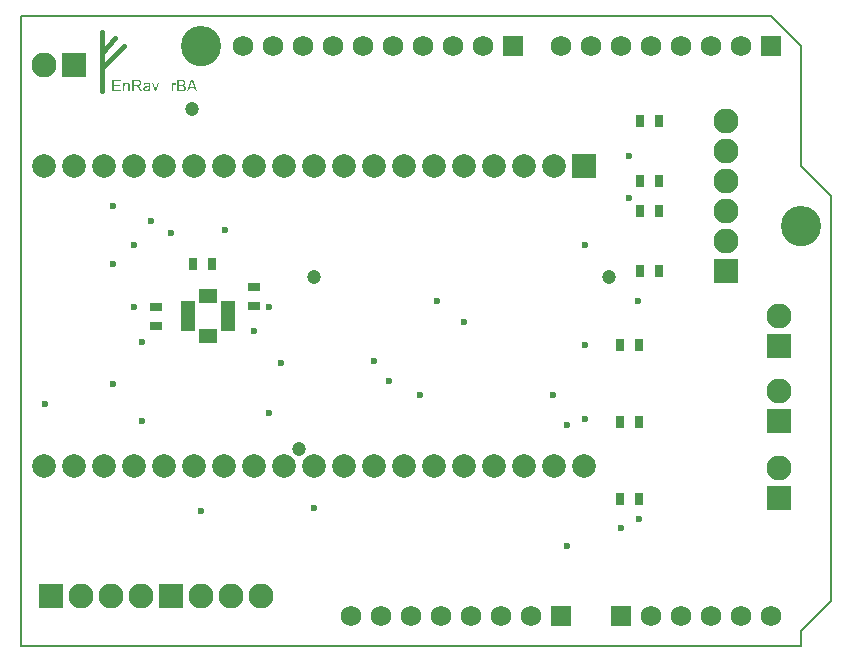
<source format=gts>
G04*
G04 #@! TF.GenerationSoftware,Altium Limited,Altium Designer,19.0.15 (446)*
G04*
G04 Layer_Color=8388736*
%FSLAX44Y44*%
%MOMM*%
G71*
G01*
G75*
%ADD10C,0.1270*%
%ADD15C,0.4000*%
%ADD16R,0.8032X1.1032*%
%ADD17R,1.1032X0.8032*%
%ADD18R,0.5032X1.1532*%
%ADD19R,1.1532X0.5032*%
%ADD20C,2.1082*%
%ADD21R,2.1082X2.1082*%
%ADD22R,2.1082X2.1082*%
%ADD23C,2.0032*%
%ADD24R,2.0032X2.0032*%
%ADD25C,3.4032*%
%ADD26C,1.7272*%
%ADD27R,1.7272X1.7272*%
%ADD28C,1.2032*%
%ADD29C,0.6000*%
G36*
X130205Y477217D02*
X130258D01*
X130321Y477206D01*
X130480Y477175D01*
X130670Y477132D01*
X130871Y477058D01*
X131103Y476963D01*
X131336Y476837D01*
X130913Y475727D01*
X130892Y475738D01*
X130839Y475769D01*
X130754Y475812D01*
X130638Y475864D01*
X130511Y475907D01*
X130364Y475949D01*
X130205Y475981D01*
X130036Y475991D01*
X129972D01*
X129899Y475981D01*
X129803Y475959D01*
X129687Y475928D01*
X129571Y475886D01*
X129455Y475833D01*
X129328Y475748D01*
X129317Y475738D01*
X129275Y475706D01*
X129222Y475653D01*
X129159Y475579D01*
X129085Y475484D01*
X129011Y475378D01*
X128948Y475241D01*
X128884Y475093D01*
Y475082D01*
X128874Y475061D01*
X128863Y475030D01*
X128853Y474987D01*
X128842Y474924D01*
X128821Y474850D01*
X128789Y474681D01*
X128757Y474470D01*
X128726Y474237D01*
X128705Y473973D01*
X128694Y473698D01*
Y470000D01*
X127500D01*
Y477069D01*
X128578D01*
Y476002D01*
X128599Y476023D01*
X128620Y476065D01*
X128652Y476107D01*
X128726Y476245D01*
X128831Y476393D01*
X128948Y476562D01*
X129074Y476731D01*
X129201Y476868D01*
X129275Y476932D01*
X129339Y476984D01*
X129360Y476995D01*
X129402Y477027D01*
X129476Y477058D01*
X129560Y477111D01*
X129677Y477154D01*
X129803Y477185D01*
X129951Y477217D01*
X130099Y477227D01*
X130163D01*
X130205Y477217D01*
D02*
G37*
G36*
X149341Y470000D02*
X147872D01*
X146741Y472948D01*
X142642D01*
X141585Y470000D01*
X140222D01*
X143952Y479753D01*
X145347D01*
X149341Y470000D01*
D02*
G37*
G36*
X136069Y479742D02*
X136186D01*
X136302Y479732D01*
X136439Y479711D01*
X136714Y479679D01*
X137020Y479626D01*
X137306Y479552D01*
X137580Y479446D01*
X137591D01*
X137612Y479436D01*
X137644Y479415D01*
X137697Y479394D01*
X137813Y479320D01*
X137971Y479225D01*
X138140Y479098D01*
X138309Y478939D01*
X138478Y478749D01*
X138637Y478538D01*
Y478527D01*
X138658Y478506D01*
X138669Y478474D01*
X138700Y478432D01*
X138732Y478379D01*
X138764Y478305D01*
X138838Y478147D01*
X138901Y477957D01*
X138965Y477735D01*
X139007Y477502D01*
X139028Y477249D01*
Y477238D01*
Y477217D01*
Y477185D01*
Y477143D01*
X139007Y477027D01*
X138986Y476868D01*
X138943Y476688D01*
X138880Y476488D01*
X138795Y476287D01*
X138679Y476076D01*
Y476065D01*
X138669Y476054D01*
X138648Y476023D01*
X138616Y475981D01*
X138542Y475886D01*
X138426Y475759D01*
X138288Y475621D01*
X138109Y475473D01*
X137908Y475326D01*
X137665Y475188D01*
X137675D01*
X137707Y475177D01*
X137749Y475156D01*
X137813Y475135D01*
X137887Y475104D01*
X137971Y475072D01*
X138161Y474977D01*
X138383Y474860D01*
X138605Y474702D01*
X138827Y474522D01*
X139017Y474300D01*
X139028Y474290D01*
X139038Y474269D01*
X139060Y474237D01*
X139091Y474195D01*
X139134Y474132D01*
X139176Y474058D01*
X139218Y473973D01*
X139260Y473878D01*
X139345Y473666D01*
X139430Y473413D01*
X139482Y473128D01*
X139503Y472980D01*
Y472821D01*
Y472811D01*
Y472789D01*
Y472758D01*
Y472705D01*
X139493Y472642D01*
Y472578D01*
X139472Y472409D01*
X139430Y472208D01*
X139377Y471997D01*
X139303Y471765D01*
X139208Y471543D01*
Y471532D01*
X139197Y471522D01*
X139176Y471490D01*
X139155Y471448D01*
X139091Y471342D01*
X139007Y471215D01*
X138912Y471067D01*
X138785Y470919D01*
X138648Y470771D01*
X138489Y470634D01*
X138468Y470623D01*
X138415Y470581D01*
X138320Y470528D01*
X138193Y470454D01*
X138045Y470380D01*
X137866Y470296D01*
X137654Y470222D01*
X137422Y470159D01*
X137411D01*
X137390Y470148D01*
X137359D01*
X137306Y470137D01*
X137242Y470127D01*
X137168Y470106D01*
X137084Y470095D01*
X136989Y470084D01*
X136883Y470063D01*
X136756Y470053D01*
X136492Y470021D01*
X136186Y470011D01*
X135848Y470000D01*
X132139D01*
Y479753D01*
X135974D01*
X136069Y479742D01*
D02*
G37*
G36*
X89794Y477375D02*
X89858D01*
X90016Y477354D01*
X90196Y477333D01*
X90397Y477291D01*
X90597Y477227D01*
X90798Y477154D01*
X90809D01*
X90819Y477143D01*
X90883Y477111D01*
X90978Y477058D01*
X91105Y476995D01*
X91231Y476900D01*
X91369Y476805D01*
X91496Y476688D01*
X91601Y476551D01*
X91612Y476530D01*
X91643Y476488D01*
X91686Y476403D01*
X91749Y476298D01*
X91813Y476171D01*
X91865Y476023D01*
X91929Y475854D01*
X91971Y475664D01*
Y475653D01*
X91982Y475600D01*
X91992Y475516D01*
X92013Y475399D01*
X92024Y475241D01*
Y475146D01*
X92035Y475040D01*
Y474924D01*
X92045Y474787D01*
Y474649D01*
Y474501D01*
Y470159D01*
X90851D01*
Y474459D01*
Y474470D01*
Y474491D01*
Y474533D01*
Y474575D01*
Y474639D01*
X90841Y474713D01*
X90830Y474871D01*
X90819Y475051D01*
X90788Y475230D01*
X90756Y475399D01*
X90703Y475547D01*
X90693Y475569D01*
X90671Y475611D01*
X90640Y475674D01*
X90587Y475759D01*
X90524Y475854D01*
X90439Y475949D01*
X90333Y476044D01*
X90206Y476129D01*
X90196Y476139D01*
X90143Y476160D01*
X90069Y476203D01*
X89974Y476245D01*
X89847Y476276D01*
X89710Y476319D01*
X89551Y476340D01*
X89372Y476350D01*
X89298D01*
X89245Y476340D01*
X89182D01*
X89097Y476329D01*
X88917Y476287D01*
X88717Y476234D01*
X88495Y476150D01*
X88273Y476023D01*
X88157Y475949D01*
X88051Y475864D01*
X88040Y475854D01*
X88030Y475843D01*
X87998Y475812D01*
X87966Y475769D01*
X87924Y475706D01*
X87882Y475643D01*
X87829Y475558D01*
X87776Y475452D01*
X87723Y475336D01*
X87671Y475199D01*
X87628Y475051D01*
X87586Y474882D01*
X87554Y474692D01*
X87523Y474491D01*
X87512Y474258D01*
X87501Y474015D01*
Y470159D01*
X86307D01*
Y477227D01*
X87385D01*
Y476213D01*
X87396Y476224D01*
X87417Y476266D01*
X87470Y476319D01*
X87533Y476393D01*
X87607Y476488D01*
X87702Y476583D01*
X87818Y476688D01*
X87956Y476805D01*
X88104Y476910D01*
X88273Y477016D01*
X88453Y477111D01*
X88653Y477206D01*
X88875Y477280D01*
X89108Y477333D01*
X89361Y477375D01*
X89625Y477386D01*
X89731D01*
X89794Y477375D01*
D02*
G37*
G36*
X114372Y470159D02*
X113231D01*
X110557Y477227D01*
X111825D01*
X113347Y472990D01*
Y472980D01*
X113357Y472959D01*
X113368Y472927D01*
X113389Y472874D01*
X113410Y472811D01*
X113431Y472737D01*
X113495Y472557D01*
X113569Y472346D01*
X113643Y472103D01*
X113717Y471839D01*
X113801Y471564D01*
Y471574D01*
X113812Y471585D01*
X113822Y471617D01*
X113833Y471659D01*
X113843Y471722D01*
X113865Y471786D01*
X113918Y471944D01*
X113981Y472134D01*
X114055Y472367D01*
X114139Y472621D01*
X114245Y472906D01*
X115820Y477227D01*
X117056D01*
X114372Y470159D01*
D02*
G37*
G36*
X106933Y477375D02*
X107028D01*
X107229Y477354D01*
X107461Y477333D01*
X107704Y477291D01*
X107948Y477238D01*
X108169Y477164D01*
X108180D01*
X108190Y477154D01*
X108222Y477143D01*
X108265Y477122D01*
X108360Y477080D01*
X108486Y477016D01*
X108624Y476942D01*
X108761Y476847D01*
X108888Y476741D01*
X109004Y476625D01*
X109015Y476615D01*
X109046Y476572D01*
X109099Y476498D01*
X109152Y476403D01*
X109215Y476287D01*
X109279Y476150D01*
X109342Y475991D01*
X109384Y475812D01*
Y475801D01*
X109395Y475748D01*
X109406Y475674D01*
X109416Y475558D01*
X109427Y475410D01*
X109437Y475220D01*
Y475104D01*
X109448Y474987D01*
Y474860D01*
Y474713D01*
Y473117D01*
Y473096D01*
Y473043D01*
Y472959D01*
Y472853D01*
Y472716D01*
Y472568D01*
X109459Y472399D01*
Y472229D01*
X109469Y471870D01*
Y471691D01*
X109480Y471522D01*
X109490Y471363D01*
X109501Y471226D01*
X109511Y471099D01*
X109522Y471004D01*
Y470983D01*
X109532Y470930D01*
X109554Y470845D01*
X109585Y470729D01*
X109628Y470602D01*
X109680Y470465D01*
X109744Y470306D01*
X109818Y470159D01*
X108571D01*
X108560Y470180D01*
X108539Y470222D01*
X108507Y470306D01*
X108476Y470412D01*
X108434Y470539D01*
X108391Y470687D01*
X108360Y470856D01*
X108338Y471046D01*
X108328Y471035D01*
X108307Y471025D01*
X108275Y470993D01*
X108222Y470951D01*
X108159Y470909D01*
X108095Y470845D01*
X107926Y470729D01*
X107726Y470592D01*
X107514Y470454D01*
X107282Y470338D01*
X107049Y470233D01*
X107039D01*
X107018Y470222D01*
X106986Y470211D01*
X106944Y470201D01*
X106891Y470180D01*
X106817Y470159D01*
X106658Y470116D01*
X106458Y470074D01*
X106236Y470032D01*
X105993Y470011D01*
X105729Y470000D01*
X105612D01*
X105538Y470011D01*
X105443Y470021D01*
X105327Y470032D01*
X105200Y470042D01*
X105073Y470074D01*
X104778Y470137D01*
X104482Y470233D01*
X104344Y470296D01*
X104196Y470380D01*
X104070Y470465D01*
X103943Y470560D01*
X103932Y470571D01*
X103911Y470592D01*
X103890Y470623D01*
X103848Y470666D01*
X103795Y470718D01*
X103742Y470793D01*
X103689Y470866D01*
X103636Y470961D01*
X103520Y471162D01*
X103414Y471416D01*
X103372Y471553D01*
X103351Y471701D01*
X103330Y471860D01*
X103319Y472018D01*
Y472029D01*
Y472039D01*
Y472103D01*
X103330Y472208D01*
X103351Y472335D01*
X103372Y472483D01*
X103414Y472642D01*
X103478Y472800D01*
X103552Y472969D01*
X103562Y472990D01*
X103594Y473043D01*
X103647Y473117D01*
X103721Y473223D01*
X103806Y473328D01*
X103911Y473445D01*
X104027Y473550D01*
X104165Y473656D01*
X104186Y473666D01*
X104239Y473698D01*
X104313Y473751D01*
X104418Y473804D01*
X104545Y473867D01*
X104693Y473931D01*
X104862Y473994D01*
X105031Y474047D01*
X105052D01*
X105095Y474068D01*
X105179Y474079D01*
X105295Y474110D01*
X105443Y474132D01*
X105633Y474163D01*
X105845Y474195D01*
X106098Y474227D01*
X106119D01*
X106162Y474237D01*
X106236Y474248D01*
X106331Y474258D01*
X106458Y474279D01*
X106595Y474300D01*
X106743Y474322D01*
X106912Y474343D01*
X107261Y474406D01*
X107609Y474480D01*
X107778Y474522D01*
X107948Y474565D01*
X108095Y474607D01*
X108233Y474649D01*
Y474660D01*
Y474692D01*
Y474734D01*
X108243Y474776D01*
Y474882D01*
Y474924D01*
Y474956D01*
Y474966D01*
Y474987D01*
Y475030D01*
Y475072D01*
X108222Y475199D01*
X108201Y475357D01*
X108159Y475526D01*
X108095Y475695D01*
X108011Y475854D01*
X107895Y475981D01*
X107873Y476002D01*
X107852Y476023D01*
X107810Y476044D01*
X107757Y476076D01*
X107704Y476107D01*
X107556Y476192D01*
X107366Y476266D01*
X107134Y476329D01*
X106859Y476371D01*
X106542Y476393D01*
X106405D01*
X106331Y476382D01*
X106257D01*
X106067Y476361D01*
X105866Y476319D01*
X105665Y476266D01*
X105464Y476192D01*
X105295Y476097D01*
X105274Y476086D01*
X105232Y476044D01*
X105158Y475959D01*
X105073Y475854D01*
X104978Y475716D01*
X104873Y475526D01*
X104788Y475315D01*
X104746Y475188D01*
X104704Y475051D01*
X103531Y475209D01*
Y475220D01*
X103541Y475241D01*
X103552Y475283D01*
X103562Y475336D01*
X103584Y475399D01*
X103605Y475473D01*
X103658Y475643D01*
X103731Y475833D01*
X103816Y476033D01*
X103922Y476234D01*
X104049Y476414D01*
Y476424D01*
X104070Y476435D01*
X104122Y476488D01*
X104207Y476572D01*
X104323Y476678D01*
X104471Y476794D01*
X104651Y476910D01*
X104862Y477027D01*
X105105Y477132D01*
X105116D01*
X105137Y477143D01*
X105179Y477154D01*
X105232Y477175D01*
X105295Y477196D01*
X105369Y477217D01*
X105464Y477238D01*
X105570Y477259D01*
X105676Y477280D01*
X105802Y477301D01*
X106077Y477344D01*
X106384Y477375D01*
X106711Y477386D01*
X106859D01*
X106933Y477375D01*
D02*
G37*
G36*
X98702Y479901D02*
X98818D01*
X98955Y479890D01*
X99114Y479880D01*
X99431Y479848D01*
X99759Y479795D01*
X100076Y479732D01*
X100213Y479689D01*
X100350Y479647D01*
X100361D01*
X100382Y479637D01*
X100414Y479615D01*
X100466Y479594D01*
X100593Y479531D01*
X100741Y479436D01*
X100921Y479309D01*
X101101Y479140D01*
X101280Y478950D01*
X101439Y478717D01*
Y478707D01*
X101460Y478686D01*
X101481Y478654D01*
X101502Y478601D01*
X101534Y478538D01*
X101565Y478464D01*
X101608Y478379D01*
X101650Y478284D01*
X101724Y478062D01*
X101787Y477819D01*
X101830Y477544D01*
X101851Y477249D01*
Y477238D01*
Y477206D01*
Y477143D01*
X101840Y477080D01*
X101830Y476984D01*
X101819Y476879D01*
X101798Y476763D01*
X101766Y476636D01*
X101682Y476361D01*
X101629Y476213D01*
X101565Y476065D01*
X101491Y475917D01*
X101396Y475769D01*
X101291Y475632D01*
X101174Y475494D01*
X101164Y475484D01*
X101143Y475463D01*
X101101Y475431D01*
X101048Y475378D01*
X100974Y475326D01*
X100889Y475262D01*
X100784Y475188D01*
X100657Y475114D01*
X100519Y475040D01*
X100371Y474966D01*
X100202Y474892D01*
X100012Y474818D01*
X99811Y474755D01*
X99590Y474692D01*
X99346Y474639D01*
X99093Y474596D01*
X99103D01*
X99114Y474586D01*
X99177Y474554D01*
X99272Y474501D01*
X99389Y474438D01*
X99515Y474364D01*
X99642Y474290D01*
X99769Y474195D01*
X99875Y474110D01*
X99885Y474100D01*
X99896Y474089D01*
X99928Y474058D01*
X99970Y474015D01*
X100023Y473962D01*
X100086Y473899D01*
X100223Y473751D01*
X100382Y473561D01*
X100562Y473339D01*
X100752Y473085D01*
X100942Y472811D01*
X102633Y470159D01*
X101016D01*
X99727Y472187D01*
X99716Y472198D01*
X99706Y472229D01*
X99674Y472272D01*
X99632Y472335D01*
X99590Y472409D01*
X99526Y472494D01*
X99399Y472684D01*
X99251Y472906D01*
X99103Y473128D01*
X98945Y473339D01*
X98797Y473529D01*
Y473540D01*
X98776Y473550D01*
X98734Y473603D01*
X98670Y473688D01*
X98575Y473783D01*
X98480Y473888D01*
X98364Y473994D01*
X98247Y474100D01*
X98142Y474174D01*
X98131Y474184D01*
X98089Y474205D01*
X98036Y474237D01*
X97962Y474279D01*
X97867Y474322D01*
X97772Y474364D01*
X97666Y474406D01*
X97550Y474438D01*
X97540D01*
X97508Y474449D01*
X97455Y474459D01*
X97381Y474470D01*
X97275D01*
X97149Y474480D01*
X97001Y474491D01*
X95342D01*
Y470159D01*
X94053D01*
Y479911D01*
X98586D01*
X98702Y479901D01*
D02*
G37*
G36*
X84458Y478759D02*
X78689D01*
Y475780D01*
X84089D01*
Y474628D01*
X78689D01*
Y471310D01*
X84680D01*
Y470159D01*
X77400D01*
Y479911D01*
X84458D01*
Y478759D01*
D02*
G37*
%LPC*%
G36*
X144618Y478738D02*
Y478728D01*
X144607Y478696D01*
X144596Y478643D01*
X144586Y478580D01*
X144565Y478485D01*
X144544Y478390D01*
X144512Y478274D01*
X144480Y478147D01*
X144448Y478009D01*
X144406Y477861D01*
X144311Y477544D01*
X144206Y477206D01*
X144089Y476858D01*
X143012Y473994D01*
X146340D01*
X145315Y476699D01*
Y476710D01*
X145294Y476752D01*
X145273Y476815D01*
X145241Y476910D01*
X145199Y477006D01*
X145156Y477132D01*
X145104Y477270D01*
X145051Y477418D01*
X144945Y477745D01*
X144829Y478083D01*
X144713Y478421D01*
X144618Y478738D01*
D02*
G37*
G36*
X135562Y478601D02*
X133428D01*
Y475653D01*
X135742D01*
X135826Y475664D01*
X136006D01*
X136207Y475674D01*
X136418Y475695D01*
X136608Y475727D01*
X136693Y475738D01*
X136767Y475759D01*
X136777D01*
X136788Y475769D01*
X136851Y475790D01*
X136936Y475822D01*
X137042Y475875D01*
X137158Y475938D01*
X137284Y476023D01*
X137401Y476129D01*
X137506Y476245D01*
X137517Y476266D01*
X137549Y476308D01*
X137591Y476382D01*
X137633Y476477D01*
X137675Y476604D01*
X137718Y476752D01*
X137749Y476910D01*
X137760Y477101D01*
Y477111D01*
Y477122D01*
Y477185D01*
X137749Y477270D01*
X137728Y477386D01*
X137697Y477523D01*
X137654Y477671D01*
X137601Y477819D01*
X137517Y477957D01*
X137506Y477978D01*
X137475Y478020D01*
X137422Y478083D01*
X137348Y478157D01*
X137253Y478242D01*
X137137Y478326D01*
X137010Y478400D01*
X136851Y478464D01*
X136830Y478474D01*
X136809D01*
X136767Y478485D01*
X136725Y478495D01*
X136661Y478506D01*
X136587Y478517D01*
X136513Y478538D01*
X136418Y478548D01*
X136302Y478559D01*
X136186Y478569D01*
X136048Y478580D01*
X135900Y478591D01*
X135742D01*
X135562Y478601D01*
D02*
G37*
G36*
X135678Y474501D02*
X133428D01*
Y471152D01*
X136069D01*
X136207Y471162D01*
X136344D01*
X136492Y471173D01*
X136629Y471183D01*
X136735Y471194D01*
X136756D01*
X136809Y471205D01*
X136894Y471226D01*
X136999Y471257D01*
X137115Y471289D01*
X137232Y471342D01*
X137359Y471395D01*
X137475Y471458D01*
X137485Y471469D01*
X137528Y471490D01*
X137580Y471532D01*
X137654Y471595D01*
X137728Y471670D01*
X137813Y471765D01*
X137897Y471870D01*
X137971Y471997D01*
X137982Y472018D01*
X138003Y472060D01*
X138035Y472134D01*
X138077Y472240D01*
X138109Y472356D01*
X138140Y472494D01*
X138161Y472652D01*
X138172Y472821D01*
Y472832D01*
Y472842D01*
Y472874D01*
Y472916D01*
X138161Y473011D01*
X138140Y473149D01*
X138098Y473297D01*
X138056Y473455D01*
X137982Y473614D01*
X137887Y473772D01*
X137876Y473793D01*
X137834Y473836D01*
X137771Y473910D01*
X137686Y473994D01*
X137570Y474089D01*
X137432Y474174D01*
X137284Y474258D01*
X137105Y474332D01*
X137094D01*
X137084Y474343D01*
X137052Y474353D01*
X137010Y474364D01*
X136957Y474375D01*
X136904Y474385D01*
X136830Y474406D01*
X136746Y474417D01*
X136640Y474438D01*
X136534Y474449D01*
X136418Y474459D01*
X136291Y474480D01*
X136006Y474491D01*
X135678Y474501D01*
D02*
G37*
G36*
X108243Y473709D02*
X108233D01*
X108212Y473698D01*
X108169Y473688D01*
X108117Y473666D01*
X108053Y473635D01*
X107969Y473614D01*
X107863Y473582D01*
X107757Y473550D01*
X107620Y473519D01*
X107472Y473476D01*
X107313Y473445D01*
X107134Y473402D01*
X106944Y473360D01*
X106743Y473328D01*
X106521Y473286D01*
X106278Y473255D01*
X106246D01*
X106204Y473244D01*
X106162Y473233D01*
X106024Y473212D01*
X105866Y473181D01*
X105697Y473149D01*
X105528Y473106D01*
X105369Y473064D01*
X105232Y473011D01*
X105221Y473001D01*
X105179Y472990D01*
X105126Y472959D01*
X105063Y472916D01*
X104978Y472853D01*
X104904Y472789D01*
X104830Y472716D01*
X104756Y472621D01*
X104746Y472610D01*
X104735Y472578D01*
X104704Y472525D01*
X104683Y472451D01*
X104651Y472367D01*
X104619Y472272D01*
X104608Y472166D01*
X104598Y472050D01*
Y472029D01*
X104608Y471976D01*
X104619Y471881D01*
X104640Y471775D01*
X104683Y471648D01*
X104746Y471511D01*
X104841Y471384D01*
X104957Y471257D01*
X104978Y471247D01*
X105021Y471205D01*
X105105Y471162D01*
X105221Y471099D01*
X105369Y471046D01*
X105560Y470993D01*
X105771Y470951D01*
X106014Y470940D01*
X106130D01*
X106194Y470951D01*
X106267Y470961D01*
X106426Y470983D01*
X106627Y471014D01*
X106827Y471067D01*
X107039Y471141D01*
X107250Y471236D01*
X107261D01*
X107271Y471247D01*
X107335Y471289D01*
X107430Y471363D01*
X107556Y471458D01*
X107683Y471574D01*
X107810Y471722D01*
X107937Y471881D01*
X108043Y472071D01*
X108053Y472092D01*
X108074Y472145D01*
X108106Y472240D01*
X108138Y472367D01*
X108169Y472536D01*
X108201Y472747D01*
X108222Y472990D01*
X108233Y473265D01*
X108243Y473709D01*
D02*
G37*
G36*
X98628Y478834D02*
X95342D01*
Y475611D01*
X98258D01*
X98332Y475621D01*
X98417D01*
X98617Y475632D01*
X98839Y475653D01*
X99072Y475685D01*
X99294Y475727D01*
X99494Y475790D01*
X99505D01*
X99515Y475801D01*
X99579Y475822D01*
X99663Y475864D01*
X99780Y475928D01*
X99896Y476012D01*
X100023Y476107D01*
X100149Y476234D01*
X100255Y476371D01*
X100266Y476393D01*
X100297Y476446D01*
X100340Y476520D01*
X100393Y476636D01*
X100435Y476763D01*
X100477Y476910D01*
X100509Y477080D01*
X100519Y477249D01*
Y477259D01*
Y477280D01*
Y477312D01*
X100509Y477365D01*
Y477418D01*
X100498Y477492D01*
X100456Y477650D01*
X100393Y477830D01*
X100308Y478020D01*
X100181Y478200D01*
X100097Y478295D01*
X100012Y478379D01*
X100002Y478390D01*
X99991Y478400D01*
X99959Y478421D01*
X99917Y478453D01*
X99864Y478485D01*
X99790Y478527D01*
X99716Y478569D01*
X99621Y478612D01*
X99515Y478654D01*
X99399Y478686D01*
X99272Y478728D01*
X99135Y478759D01*
X98977Y478791D01*
X98807Y478812D01*
X98628Y478834D01*
D02*
G37*
%LPD*%
D10*
X676400Y355600D02*
G03*
X676400Y355600I-15999J0D01*
G01*
X168400Y508000D02*
G03*
X168400Y508000I-15999J0D01*
G01*
X660400Y0D02*
Y12700D01*
X685800Y38100D01*
Y381000D01*
X660400Y406400D02*
X685800Y381000D01*
X660400Y406400D02*
Y508000D01*
X635000Y533400D02*
X660400Y508000D01*
X0Y0D02*
Y533400D01*
Y0D02*
X660400D01*
X0Y533400D02*
X635000Y533400D01*
D15*
X68700Y502500D02*
X79831Y515149D01*
X68700Y490000D02*
X87450Y508750D01*
X68700Y470000D02*
Y520000D01*
D16*
X523008Y190000D02*
D03*
X506992D02*
D03*
X523008Y125000D02*
D03*
X506992D02*
D03*
X523008Y255000D02*
D03*
X506992D02*
D03*
X539750Y444500D02*
D03*
X523734D02*
D03*
X539750Y393700D02*
D03*
X523734D02*
D03*
X539750Y317500D02*
D03*
X523734D02*
D03*
X539750Y368300D02*
D03*
X523734D02*
D03*
X145492Y323850D02*
D03*
X161508D02*
D03*
D17*
X114300Y271392D02*
D03*
Y287408D02*
D03*
X196850Y288392D02*
D03*
Y304408D02*
D03*
D18*
X153500Y296400D02*
D03*
X158500D02*
D03*
X163500D02*
D03*
Y262900D02*
D03*
X158500D02*
D03*
X153500D02*
D03*
D19*
X175250Y289650D02*
D03*
Y284650D02*
D03*
Y279650D02*
D03*
Y274650D02*
D03*
Y269650D02*
D03*
X141750D02*
D03*
Y274650D02*
D03*
Y279650D02*
D03*
Y284650D02*
D03*
Y289650D02*
D03*
D20*
X19050Y492500D02*
D03*
X152400Y42500D02*
D03*
X177800D02*
D03*
X203200D02*
D03*
X50800D02*
D03*
X76200D02*
D03*
X101600D02*
D03*
X596900Y444500D02*
D03*
Y342900D02*
D03*
Y368300D02*
D03*
Y393700D02*
D03*
Y419100D02*
D03*
X641350Y151130D02*
D03*
Y215900D02*
D03*
Y279400D02*
D03*
D21*
X44450Y492500D02*
D03*
X127000Y42500D02*
D03*
X25400D02*
D03*
D22*
X596900Y317500D02*
D03*
X641350Y125730D02*
D03*
Y190500D02*
D03*
Y254000D02*
D03*
D23*
X19050Y152400D02*
D03*
X44450D02*
D03*
X69850D02*
D03*
X95250D02*
D03*
X120650D02*
D03*
X146050D02*
D03*
X171450D02*
D03*
X196850D02*
D03*
X222250D02*
D03*
X247650D02*
D03*
X273050D02*
D03*
X298450D02*
D03*
X323850D02*
D03*
X349250D02*
D03*
X374650D02*
D03*
X400050D02*
D03*
X425450D02*
D03*
X450850D02*
D03*
X476250D02*
D03*
X19050Y406400D02*
D03*
X44450D02*
D03*
X69850D02*
D03*
X95250D02*
D03*
X120650D02*
D03*
X146050D02*
D03*
X171450D02*
D03*
X196850D02*
D03*
X222250D02*
D03*
X247650D02*
D03*
X273050D02*
D03*
X298450D02*
D03*
X323850D02*
D03*
X349250D02*
D03*
X374650D02*
D03*
X400050D02*
D03*
X425450D02*
D03*
X450850D02*
D03*
D24*
X476250D02*
D03*
D25*
X660400Y355600D02*
D03*
X152400Y508000D02*
D03*
D26*
X406400Y25400D02*
D03*
X431800D02*
D03*
X279400D02*
D03*
X304800D02*
D03*
X330200D02*
D03*
X355600D02*
D03*
X381000D02*
D03*
X584200Y508000D02*
D03*
X609600D02*
D03*
X457200D02*
D03*
X482600D02*
D03*
X508000D02*
D03*
X533400D02*
D03*
X558800D02*
D03*
X187960D02*
D03*
X213360D02*
D03*
X238760D02*
D03*
X264160D02*
D03*
X289560D02*
D03*
X314960D02*
D03*
X340360D02*
D03*
X365760D02*
D03*
X391160D02*
D03*
X635000Y25400D02*
D03*
X609600D02*
D03*
X584200D02*
D03*
X558800D02*
D03*
X533400D02*
D03*
D27*
X457200D02*
D03*
X635000Y508000D02*
D03*
X416560D02*
D03*
X508000Y25400D02*
D03*
D28*
X235000Y167500D02*
D03*
X247650Y312500D02*
D03*
X497500D02*
D03*
X145000Y454660D02*
D03*
D29*
X462500Y85000D02*
D03*
Y187500D02*
D03*
X374650Y275000D02*
D03*
X352500Y292500D02*
D03*
X522500D02*
D03*
X523008Y107500D02*
D03*
X299050Y241550D02*
D03*
X20000Y205000D02*
D03*
X210000Y197500D02*
D03*
Y287500D02*
D03*
X172500Y352500D02*
D03*
X127000Y350000D02*
D03*
X110000Y360000D02*
D03*
X77500Y323850D02*
D03*
X95342Y340000D02*
D03*
Y287408D02*
D03*
X515000Y380000D02*
D03*
Y415000D02*
D03*
X77500Y222500D02*
D03*
Y372500D02*
D03*
X152650Y115000D02*
D03*
X247650Y117350D02*
D03*
X102500Y190500D02*
D03*
Y257500D02*
D03*
X508000Y100000D02*
D03*
X477520Y192480D02*
D03*
Y254980D02*
D03*
Y340000D02*
D03*
X196850Y267500D02*
D03*
X220000Y240000D02*
D03*
X311310Y225000D02*
D03*
X450790Y212500D02*
D03*
X337500D02*
D03*
M02*

</source>
